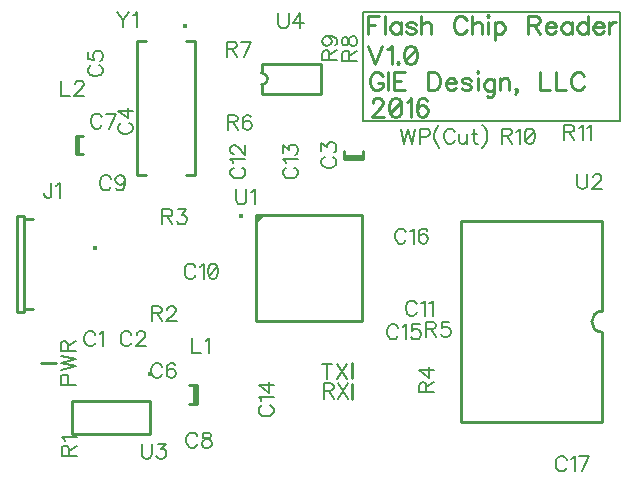
<source format=gbr>
G04 DipTrace 3.0.0.2*
G04 TopSilk.gbr*
%MOIN*%
G04 #@! TF.FileFunction,Legend,Top*
G04 #@! TF.Part,Single*
%ADD10C,0.009843*%
%ADD18C,0.006*%
%ADD24C,0.015742*%
%ADD32C,0.015713*%
%ADD35C,0.015403*%
%ADD39C,0.015491*%
%ADD80C,0.00772*%
%ADD81C,0.009264*%
%FSLAX26Y26*%
G04*
G70*
G90*
G75*
G01*
G04 TopSilk*
%LPD*%
X1500166Y1494488D2*
D10*
X1437236D1*
X1500166Y1487040D2*
X1437236D1*
X1500166D2*
Y1510599D1*
X1437236Y1487040D2*
Y1510599D1*
X936664Y731416D2*
Y668487D1*
X944113Y731416D2*
Y668487D1*
Y731416D2*
X920554D1*
X944113Y668487D2*
X920554D1*
X549558Y1500572D2*
Y1563502D1*
X542109Y1500572D2*
Y1563502D1*
Y1500572D2*
X565668D1*
X542109Y1563502D2*
X565668D1*
X397582Y986811D2*
X368052D1*
Y1295866D2*
Y976969D1*
Y1295866D2*
X344440D1*
D24*
X604286Y1187599D3*
X397582Y1286024D2*
D10*
X368052D1*
Y976969D2*
X344440D1*
Y1295866D2*
Y976969D1*
X424381Y806082D2*
X475523D1*
X1462570Y685879D2*
Y737021D1*
Y755629D2*
Y806771D1*
X1140921Y1298252D2*
X1495299D1*
Y943874D1*
X1140921D1*
Y1298252D1*
G36*
D2*
Y1266725D1*
X1172449Y1298252D1*
X1140921D1*
G37*
D32*
X1093707Y1296282D3*
X2297276Y1277738D2*
D10*
X1824851D1*
Y608466D1*
X2297276D1*
Y907592D1*
Y978529D2*
Y1277738D1*
Y978529D2*
G03X2297276Y907592I37J-35469D01*
G01*
D35*
X788280Y767645D3*
X789319Y678395D2*
D10*
X529489D1*
X789319Y568159D2*
X529489D1*
Y678395D2*
Y568159D1*
X789319Y678395D2*
Y568159D1*
X1161274Y1701312D2*
X1358128D1*
X1161274Y1803688D2*
X1358128D1*
Y1701312D2*
Y1803688D1*
X1161274Y1732806D2*
Y1701312D1*
Y1772195D2*
Y1803688D1*
Y1732806D2*
G03X1161274Y1772195I-9J19694D01*
G01*
D39*
X905211Y1929223D3*
X910642Y1880118D2*
D10*
X940158D1*
X747244Y1431299D2*
X776760D1*
X747244Y1880118D2*
Y1431299D1*
Y1880118D2*
X776760D1*
X910642Y1431299D2*
X940158D1*
Y1880118D2*
Y1431299D1*
X1499950Y1974952D2*
D18*
X2356201D1*
Y1612452D1*
X1499950D1*
Y1974952D1*
X606384Y899671D2*
D80*
X604008Y904424D1*
X599199Y909233D1*
X594446Y911609D1*
X584884D1*
X580076Y909233D1*
X575323Y904424D1*
X572891Y899671D1*
X570514Y892486D1*
Y880492D1*
X572891Y873363D1*
X575323Y868554D1*
X580076Y863801D1*
X584884Y861369D1*
X594446D1*
X599199Y863801D1*
X604008Y868554D1*
X606384Y873363D1*
X621823Y901992D2*
X626632Y904424D1*
X633817Y911554D1*
Y861369D1*
X726884Y899671D2*
X724507Y904424D1*
X719699Y909233D1*
X714945Y911609D1*
X705384D1*
X700575Y909233D1*
X695822Y904424D1*
X693390Y899671D1*
X691014Y892486D1*
Y880492D1*
X693390Y873363D1*
X695822Y868554D1*
X700575Y863801D1*
X705384Y861369D1*
X714945D1*
X719699Y863801D1*
X724507Y868554D1*
X726884Y873363D1*
X744755Y899616D2*
Y901992D1*
X747131Y906801D1*
X749508Y909177D1*
X754316Y911554D1*
X763878D1*
X768631Y909177D1*
X771008Y906801D1*
X773440Y901992D1*
Y897239D1*
X771008Y892431D1*
X766255Y885301D1*
X742323Y861369D1*
X775816D1*
X1371983Y1492288D2*
X1367230Y1489911D1*
X1362421Y1485103D1*
X1360045Y1480350D1*
Y1470788D1*
X1362421Y1465980D1*
X1367230Y1461226D1*
X1371983Y1458795D1*
X1379168Y1456418D1*
X1391162D1*
X1398291Y1458795D1*
X1403100Y1461226D1*
X1407853Y1465980D1*
X1410285Y1470788D1*
Y1480350D1*
X1407853Y1485103D1*
X1403100Y1489911D1*
X1398291Y1492288D1*
X1360100Y1512536D2*
Y1538789D1*
X1379223Y1524474D1*
Y1531659D1*
X1381600Y1536412D1*
X1383977Y1538789D1*
X1391162Y1541220D1*
X1395915D1*
X1403100Y1538789D1*
X1407908Y1534035D1*
X1410285Y1526850D1*
Y1519665D1*
X1407908Y1512535D1*
X1405476Y1510159D1*
X1400723Y1507727D1*
X693982Y1605446D2*
X689229Y1603069D1*
X684420Y1598261D1*
X682044Y1593508D1*
Y1583946D1*
X684420Y1579138D1*
X689229Y1574385D1*
X693982Y1571953D1*
X701167Y1569576D1*
X713160D1*
X720290Y1571953D1*
X725099Y1574385D1*
X729852Y1579138D1*
X732284Y1583946D1*
Y1593508D1*
X729852Y1598261D1*
X725099Y1603069D1*
X720290Y1605446D1*
X732284Y1644817D2*
X682099D1*
X715537Y1620885D1*
Y1656755D1*
X593982Y1797455D2*
X589229Y1795078D1*
X584420Y1790270D1*
X582044Y1785516D1*
Y1775955D1*
X584420Y1771146D1*
X589229Y1766393D1*
X593982Y1763961D1*
X601167Y1761585D1*
X613160D1*
X620290Y1763961D1*
X625099Y1766393D1*
X629852Y1771146D1*
X632284Y1775955D1*
Y1785516D1*
X629852Y1790269D1*
X625099Y1795078D1*
X620290Y1797455D1*
X582099Y1841579D2*
Y1817702D1*
X603599Y1815326D1*
X601222Y1817702D1*
X598790Y1824887D1*
Y1832017D1*
X601222Y1839202D1*
X605975Y1844010D1*
X613160Y1846387D1*
X617914D1*
X625099Y1844010D1*
X629907Y1839202D1*
X632284Y1832017D1*
Y1824887D1*
X629907Y1817702D1*
X627475Y1815326D1*
X622722Y1812894D1*
X829018Y793670D2*
X826642Y798423D1*
X821833Y803231D1*
X817080Y805608D1*
X807518D1*
X802710Y803231D1*
X797957Y798423D1*
X795525Y793670D1*
X793148Y786485D1*
Y774491D1*
X795525Y767361D1*
X797957Y762553D1*
X802710Y757800D1*
X807518Y755368D1*
X817080D1*
X821833Y757800D1*
X826642Y762553D1*
X829018Y767361D1*
X873142Y798423D2*
X870766Y803176D1*
X863581Y805553D1*
X858827D1*
X851642Y803176D1*
X846834Y795991D1*
X844457Y784053D1*
Y772114D1*
X846834Y762553D1*
X851642Y757744D1*
X858827Y755368D1*
X861204D1*
X868334Y757744D1*
X873142Y762553D1*
X875519Y769738D1*
Y772114D1*
X873142Y779300D1*
X868334Y784053D1*
X861204Y786429D1*
X858827D1*
X851642Y784053D1*
X846834Y779300D1*
X844457Y772114D1*
X628108Y1625004D2*
X625731Y1629757D1*
X620923Y1634566D1*
X616170Y1636942D1*
X606608D1*
X601800Y1634566D1*
X597047Y1629757D1*
X594615Y1625004D1*
X592238Y1617819D1*
Y1605826D1*
X594615Y1598696D1*
X597047Y1593887D1*
X601800Y1589134D1*
X606608Y1586702D1*
X616170D1*
X620923Y1589134D1*
X625731Y1593887D1*
X628108Y1598696D1*
X653109Y1586702D2*
X677041Y1636887D1*
X643547D1*
X946482Y561670D2*
X944105Y566423D1*
X939297Y571231D1*
X934544Y573608D1*
X924982D1*
X920174Y571231D1*
X915421Y566423D1*
X912989Y561670D1*
X910612Y554485D1*
Y542491D1*
X912989Y535361D1*
X915421Y530553D1*
X920174Y525800D1*
X924982Y523368D1*
X934544D1*
X939297Y525800D1*
X944105Y530553D1*
X946482Y535361D1*
X973860Y573553D2*
X966730Y571176D1*
X964298Y566423D1*
Y561614D1*
X966730Y556861D1*
X971483Y554429D1*
X981045Y552053D1*
X988230Y549676D1*
X992983Y544868D1*
X995359Y540114D1*
Y532929D1*
X992983Y528176D1*
X990606Y525744D1*
X983421Y523368D1*
X973860D1*
X966730Y525744D1*
X964298Y528176D1*
X961921Y532929D1*
Y540114D1*
X964298Y544868D1*
X969106Y549676D1*
X976236Y552053D1*
X985798Y554429D1*
X990606Y556861D1*
X992983Y561614D1*
Y566423D1*
X990606Y571176D1*
X983421Y573553D1*
X973860D1*
X658144Y1419258D2*
X655767Y1424011D1*
X650959Y1428819D1*
X646206Y1431196D1*
X636644D1*
X631836Y1428819D1*
X627083Y1424011D1*
X624651Y1419258D1*
X622274Y1412072D1*
Y1400079D1*
X624651Y1392949D1*
X627083Y1388141D1*
X631836Y1383388D1*
X636644Y1380956D1*
X646206D1*
X650959Y1383388D1*
X655767Y1388141D1*
X658144Y1392949D1*
X704700Y1414449D2*
X702268Y1407264D1*
X697515Y1402456D1*
X690330Y1400079D1*
X687953D1*
X680768Y1402456D1*
X676015Y1407264D1*
X673583Y1414449D1*
Y1416826D1*
X676015Y1424011D1*
X680768Y1428764D1*
X687953Y1431140D1*
X690330D1*
X697515Y1428764D1*
X702268Y1424011D1*
X704700Y1414449D1*
Y1402456D1*
X702268Y1390517D1*
X697515Y1383332D1*
X690330Y1380956D1*
X685577D1*
X678392Y1383332D1*
X676015Y1388141D1*
X939989Y1124671D2*
X937612Y1129424D1*
X932804Y1134233D1*
X928051Y1136609D1*
X918489D1*
X913680Y1134233D1*
X908927Y1129424D1*
X906495Y1124671D1*
X904119Y1117486D1*
Y1105492D1*
X906495Y1098363D1*
X908927Y1093554D1*
X913680Y1088801D1*
X918489Y1086369D1*
X928051D1*
X932804Y1088801D1*
X937612Y1093554D1*
X939989Y1098363D1*
X955428Y1126992D2*
X960236Y1129424D1*
X967421Y1136554D1*
Y1086369D1*
X997231Y1136554D2*
X990046Y1134177D1*
X985237Y1126992D1*
X982861Y1115054D1*
Y1107869D1*
X985237Y1095931D1*
X990046Y1088746D1*
X997231Y1086369D1*
X1001984D1*
X1009169Y1088746D1*
X1013922Y1095931D1*
X1016354Y1107869D1*
Y1115054D1*
X1013922Y1126992D1*
X1009169Y1134177D1*
X1001984Y1136554D1*
X997231D1*
X1013922Y1126992D2*
X985237Y1095931D1*
X1677668Y1001420D2*
X1675291Y1006173D1*
X1670483Y1010982D1*
X1665730Y1013358D1*
X1656168D1*
X1651359Y1010982D1*
X1646606Y1006173D1*
X1644174Y1001420D1*
X1641798Y994235D1*
Y982242D1*
X1644174Y975112D1*
X1646606Y970303D1*
X1651359Y965550D1*
X1656168Y963118D1*
X1665730D1*
X1670483Y965550D1*
X1675291Y970303D1*
X1677668Y975112D1*
X1693107Y1003742D2*
X1697915Y1006173D1*
X1705101Y1013303D1*
Y963118D1*
X1720540Y1003742D2*
X1725348Y1006173D1*
X1732533Y1013303D1*
Y963118D1*
X1068981Y1456918D2*
X1064227Y1454541D1*
X1059419Y1449733D1*
X1057042Y1444980D1*
Y1435418D1*
X1059419Y1430610D1*
X1064227Y1425857D1*
X1068980Y1423425D1*
X1076165Y1421048D1*
X1088159D1*
X1095289Y1423425D1*
X1100097Y1425857D1*
X1104850Y1430610D1*
X1107282Y1435418D1*
Y1444980D1*
X1104850Y1449733D1*
X1100097Y1454541D1*
X1095289Y1456918D1*
X1066659Y1472357D2*
X1064227Y1477166D1*
X1057098Y1484351D1*
X1107282D1*
X1069036Y1502222D2*
X1066659D1*
X1061851Y1504598D1*
X1059474Y1506975D1*
X1057098Y1511783D1*
Y1521345D1*
X1059474Y1526098D1*
X1061851Y1528475D1*
X1066659Y1530907D1*
X1071412D1*
X1076221Y1528475D1*
X1083351Y1523722D1*
X1107282Y1499790D1*
Y1533283D1*
X1243981Y1456918D2*
X1239227Y1454541D1*
X1234419Y1449733D1*
X1232042Y1444980D1*
Y1435418D1*
X1234419Y1430610D1*
X1239227Y1425857D1*
X1243980Y1423425D1*
X1251165Y1421048D1*
X1263159D1*
X1270289Y1423425D1*
X1275097Y1425857D1*
X1279850Y1430610D1*
X1282282Y1435418D1*
Y1444980D1*
X1279850Y1449733D1*
X1275097Y1454541D1*
X1270289Y1456918D1*
X1241659Y1472357D2*
X1239227Y1477166D1*
X1232098Y1484351D1*
X1282282D1*
X1232098Y1504598D2*
Y1530851D1*
X1251221Y1516537D1*
Y1523722D1*
X1253597Y1528475D1*
X1255974Y1530851D1*
X1263159Y1533283D1*
X1267912D1*
X1275097Y1530851D1*
X1279906Y1526098D1*
X1282282Y1518913D1*
Y1511728D1*
X1279906Y1504598D1*
X1277474Y1502222D1*
X1272721Y1499790D1*
X1162731Y663801D2*
X1157978Y661424D1*
X1153170Y656616D1*
X1150793Y651862D1*
Y642301D1*
X1153169Y637492D1*
X1157978Y632739D1*
X1162731Y630307D1*
X1169916Y627931D1*
X1181910D1*
X1189039Y630307D1*
X1193848Y632739D1*
X1198601Y637492D1*
X1201033Y642301D1*
Y651862D1*
X1198601Y656615D1*
X1193848Y661424D1*
X1189039Y663800D1*
X1160410Y679240D2*
X1157978Y684048D1*
X1150848Y691233D1*
X1201033D1*
Y730604D2*
X1150848D1*
X1184286Y706672D1*
Y742542D1*
X1615918Y922420D2*
X1613541Y927173D1*
X1608733Y931982D1*
X1603980Y934358D1*
X1594418D1*
X1589610Y931982D1*
X1584856Y927173D1*
X1582425Y922420D1*
X1580048Y915235D1*
Y903242D1*
X1582425Y896112D1*
X1584856Y891303D1*
X1589610Y886550D1*
X1594418Y884118D1*
X1603980D1*
X1608733Y886550D1*
X1613541Y891303D1*
X1615918Y896112D1*
X1631357Y924742D2*
X1636166Y927173D1*
X1643351Y934303D1*
Y884118D1*
X1687475Y934303D2*
X1663598D1*
X1661222Y912803D1*
X1663598Y915180D1*
X1670783Y917612D1*
X1677913D1*
X1685098Y915180D1*
X1689907Y910427D1*
X1692283Y903242D1*
Y898489D1*
X1689907Y891303D1*
X1685098Y886495D1*
X1677913Y884118D1*
X1670783D1*
X1663598Y886495D1*
X1661222Y888927D1*
X1658790Y893680D1*
X1641884Y1241671D2*
X1639508Y1246424D1*
X1634699Y1251233D1*
X1629946Y1253609D1*
X1620385D1*
X1615576Y1251233D1*
X1610823Y1246424D1*
X1608391Y1241671D1*
X1606015Y1234486D1*
Y1222492D1*
X1608391Y1215363D1*
X1610823Y1210554D1*
X1615576Y1205801D1*
X1620385Y1203369D1*
X1629946D1*
X1634699Y1205801D1*
X1639508Y1210554D1*
X1641884Y1215363D1*
X1657324Y1243992D2*
X1662132Y1246424D1*
X1669317Y1253554D1*
Y1203369D1*
X1713441Y1246424D2*
X1711065Y1251177D1*
X1703880Y1253554D1*
X1699127D1*
X1691941Y1251177D1*
X1687133Y1243992D1*
X1684756Y1232054D1*
Y1220116D1*
X1687133Y1210554D1*
X1691941Y1205746D1*
X1699127Y1203369D1*
X1701503D1*
X1708633Y1205746D1*
X1713441Y1210554D1*
X1715818Y1217739D1*
Y1220116D1*
X1713441Y1227301D1*
X1708633Y1232054D1*
X1701503Y1234431D1*
X1699127D1*
X1691941Y1232054D1*
X1687133Y1227301D1*
X1684756Y1220116D1*
X2177489Y482671D2*
X2175112Y487424D1*
X2170304Y492233D1*
X2165551Y494609D1*
X2155989D1*
X2151180Y492233D1*
X2146427Y487424D1*
X2143995Y482671D1*
X2141619Y475486D1*
Y463492D1*
X2143995Y456363D1*
X2146427Y451554D1*
X2151180Y446801D1*
X2155989Y444369D1*
X2165551D1*
X2170304Y446801D1*
X2175112Y451554D1*
X2177489Y456363D1*
X2192928Y484992D2*
X2197736Y487424D1*
X2204921Y494554D1*
Y444369D1*
X2229922D2*
X2253854Y494554D1*
X2220361D1*
X460297Y1405742D2*
Y1367495D1*
X457920Y1360310D1*
X455488Y1357934D1*
X450735Y1355502D1*
X445927D1*
X441174Y1357934D1*
X438797Y1360310D1*
X436365Y1367495D1*
Y1372248D1*
X475736Y1396125D2*
X480545Y1398557D1*
X487730Y1405686D1*
Y1355502D1*
X930356Y889217D2*
Y838977D1*
X959041D1*
X974480Y879600D2*
X979289Y882032D1*
X986474Y889161D1*
Y838977D1*
X492247Y1746305D2*
Y1696065D1*
X520931D1*
X538803Y1734311D2*
Y1736688D1*
X541179Y1741496D1*
X543556Y1743873D1*
X548364Y1746249D1*
X557926D1*
X562679Y1743873D1*
X565056Y1741496D1*
X567487Y1736688D1*
Y1731935D1*
X565056Y1727126D1*
X560302Y1719996D1*
X536371Y1696065D1*
X569864D1*
X517260Y733080D2*
Y754635D1*
X514883Y761764D1*
X512452Y764196D1*
X507698Y766573D1*
X500513D1*
X495760Y764196D1*
X493328Y761764D1*
X490952Y754635D1*
Y733080D1*
X541192D1*
X490952Y782012D2*
X541192Y794006D1*
X490952Y805944D1*
X541192Y817882D1*
X490952Y829876D1*
X514883Y845315D2*
Y866815D1*
X512452Y874000D1*
X510075Y876431D1*
X505322Y878808D1*
X500513D1*
X495760Y876432D1*
X493328Y874000D1*
X490952Y866815D1*
Y845315D1*
X541192D1*
X514883Y862061D2*
X541192Y878808D1*
X518475Y496703D2*
Y518202D1*
X516043Y525388D1*
X513667Y527819D1*
X508914Y530196D1*
X504105D1*
X499352Y527819D1*
X496920Y525388D1*
X494544Y518202D1*
Y496703D1*
X544784D1*
X518475Y513449D2*
X544784Y530196D1*
X504161Y545635D2*
X501729Y550444D1*
X494599Y557629D1*
X544784D1*
X794953Y970677D2*
X816452D1*
X823637Y973109D1*
X826069Y975486D1*
X828446Y980239D1*
Y985047D1*
X826069Y989801D1*
X823637Y992233D1*
X816452Y994609D1*
X794953D1*
Y944369D1*
X811699Y970677D2*
X828446Y944369D1*
X846317Y982616D2*
Y984992D1*
X848694Y989801D1*
X851070Y992177D1*
X855879Y994554D1*
X865440D1*
X870193Y992177D1*
X872570Y989801D1*
X875002Y984992D1*
Y980239D1*
X872570Y975431D1*
X867817Y968301D1*
X843885Y944369D1*
X877379D1*
X829703Y1293927D2*
X851203D1*
X858388Y1296359D1*
X860820Y1298735D1*
X863197Y1303488D1*
Y1308297D1*
X860820Y1313050D1*
X858388Y1315482D1*
X851203Y1317858D1*
X829703D1*
Y1267618D1*
X846450Y1293927D2*
X863197Y1267618D1*
X883444Y1317803D2*
X909697D1*
X895383Y1298680D1*
X902568D1*
X907321Y1296303D1*
X909697Y1293927D1*
X912129Y1286742D1*
Y1281989D1*
X909697Y1274803D1*
X904944Y1269995D1*
X897759Y1267618D1*
X890574D1*
X883444Y1269995D1*
X881068Y1272427D1*
X878636Y1277180D1*
X1710225Y707766D2*
Y729266D1*
X1707793Y736451D1*
X1705416Y738882D1*
X1700663Y741259D1*
X1695855D1*
X1691101Y738882D1*
X1688670Y736451D1*
X1686293Y729266D1*
Y707766D1*
X1736533D1*
X1710225Y724512D2*
X1736533Y741259D1*
Y780630D2*
X1686348D1*
X1719786Y756698D1*
Y792568D1*
X1709453Y918427D2*
X1730952D1*
X1738137Y920859D1*
X1740569Y923235D1*
X1742946Y927988D1*
Y932797D1*
X1740569Y937550D1*
X1738137Y939982D1*
X1730952Y942358D1*
X1709453D1*
Y892118D1*
X1726199Y918427D2*
X1742946Y892118D1*
X1787070Y942303D2*
X1763194D1*
X1760817Y920803D1*
X1763194Y923180D1*
X1770379Y925612D1*
X1777508D1*
X1784693Y923180D1*
X1789502Y918427D1*
X1791879Y911242D1*
Y906489D1*
X1789502Y899303D1*
X1784693Y894495D1*
X1777508Y892118D1*
X1770379D1*
X1763194Y894495D1*
X1760817Y896927D1*
X1758385Y901680D1*
X1048490Y1608677D2*
X1069990D1*
X1077175Y1611109D1*
X1079607Y1613486D1*
X1081983Y1618239D1*
Y1623047D1*
X1079607Y1627801D1*
X1077175Y1630233D1*
X1069990Y1632609D1*
X1048490D1*
Y1582369D1*
X1065237Y1608677D2*
X1081983Y1582369D1*
X1126108Y1625424D2*
X1123731Y1630177D1*
X1116546Y1632554D1*
X1111793D1*
X1104608Y1630177D1*
X1099799Y1622992D1*
X1097423Y1611054D1*
Y1599116D1*
X1099799Y1589554D1*
X1104608Y1584746D1*
X1111793Y1582369D1*
X1114169D1*
X1121299Y1584746D1*
X1126108Y1589554D1*
X1128484Y1596739D1*
Y1599116D1*
X1126108Y1606301D1*
X1121299Y1611054D1*
X1114169Y1613431D1*
X1111793D1*
X1104608Y1611054D1*
X1099799Y1606301D1*
X1097423Y1599116D1*
X1044023Y1852427D2*
X1065523D1*
X1072708Y1854859D1*
X1075140Y1857235D1*
X1077517Y1861988D1*
Y1866797D1*
X1075140Y1871550D1*
X1072708Y1873982D1*
X1065523Y1876358D1*
X1044023D1*
Y1826118D1*
X1060770Y1852427D2*
X1077517Y1826118D1*
X1102518D2*
X1126449Y1876303D1*
X1092956D1*
X1453225Y1812731D2*
Y1834231D1*
X1450793Y1841416D1*
X1448416Y1843848D1*
X1443663Y1846224D1*
X1438855D1*
X1434101Y1843848D1*
X1431670Y1841416D1*
X1429293Y1834231D1*
Y1812731D1*
X1479533D1*
X1453225Y1829478D2*
X1479533Y1846224D1*
X1429348Y1873602D2*
X1431725Y1866472D1*
X1436478Y1864040D1*
X1441286D1*
X1446040Y1866472D1*
X1448471Y1871225D1*
X1450848Y1880787D1*
X1453225Y1887972D1*
X1458033Y1892725D1*
X1462786Y1895102D1*
X1469971D1*
X1474724Y1892725D1*
X1477156Y1890348D1*
X1479533Y1883163D1*
Y1873602D1*
X1477156Y1866472D1*
X1474724Y1864040D1*
X1469971Y1861664D1*
X1462786D1*
X1458033Y1864040D1*
X1453225Y1868849D1*
X1450848Y1875978D1*
X1448471Y1885540D1*
X1446040Y1890348D1*
X1441286Y1892725D1*
X1436478D1*
X1431725Y1890348D1*
X1429348Y1883163D1*
Y1873602D1*
X1387225Y1813963D2*
Y1835462D1*
X1384793Y1842647D1*
X1382416Y1845079D1*
X1377663Y1847456D1*
X1372855D1*
X1368101Y1845079D1*
X1365670Y1842647D1*
X1363293Y1835462D1*
Y1813963D1*
X1413533D1*
X1387225Y1830709D2*
X1413533Y1847456D1*
X1380040Y1894012D2*
X1387225Y1891580D1*
X1392033Y1886827D1*
X1394410Y1879642D1*
Y1877265D1*
X1392033Y1870080D1*
X1387225Y1865327D1*
X1380040Y1862895D1*
X1377663D1*
X1370478Y1865327D1*
X1365725Y1870080D1*
X1363348Y1877265D1*
Y1879642D1*
X1365725Y1886827D1*
X1370478Y1891580D1*
X1380040Y1894012D1*
X1392033D1*
X1403971Y1891580D1*
X1411156Y1886827D1*
X1413533Y1879642D1*
Y1874889D1*
X1411156Y1867703D1*
X1406348Y1865327D1*
X1961556Y1562677D2*
X1983056D1*
X1990241Y1565109D1*
X1992673Y1567486D1*
X1995050Y1572239D1*
Y1577047D1*
X1992673Y1581801D1*
X1990241Y1584233D1*
X1983056Y1586609D1*
X1961556D1*
Y1536369D1*
X1978303Y1562677D2*
X1995050Y1536369D1*
X2010489Y1576992D2*
X2015297Y1579424D1*
X2022483Y1586554D1*
Y1536369D1*
X2052292Y1586554D2*
X2045107Y1584177D1*
X2040298Y1576992D1*
X2037922Y1565054D1*
Y1557869D1*
X2040298Y1545931D1*
X2045107Y1538746D1*
X2052292Y1536369D1*
X2057045D1*
X2064230Y1538746D1*
X2068983Y1545931D1*
X2071415Y1557869D1*
Y1565054D1*
X2068983Y1576992D1*
X2064230Y1584177D1*
X2057045Y1586554D1*
X2052292D1*
X2068983Y1576992D2*
X2040298Y1545931D1*
X2170486Y1575177D2*
X2191986D1*
X2199171Y1577609D1*
X2201603Y1579986D1*
X2203980Y1584739D1*
Y1589547D1*
X2201603Y1594301D1*
X2199171Y1596733D1*
X2191986Y1599109D1*
X2170486D1*
Y1548869D1*
X2187233Y1575177D2*
X2203980Y1548869D1*
X2219419Y1589492D2*
X2224227Y1591924D1*
X2231412Y1599054D1*
Y1548869D1*
X2246851Y1589492D2*
X2251660Y1591924D1*
X2258845Y1599054D1*
Y1548869D1*
X1367493Y713269D2*
X1388993D1*
X1396178Y715701D1*
X1398610Y718078D1*
X1400987Y722831D1*
Y727639D1*
X1398610Y732393D1*
X1396178Y734824D1*
X1388993Y737201D1*
X1367493D1*
Y686961D1*
X1384240Y713269D2*
X1400987Y686961D1*
X1416426Y737201D2*
X1449919Y686961D1*
Y737201D2*
X1416426Y686961D1*
X1378991Y802701D2*
Y752461D1*
X1362244Y802701D2*
X1395737D1*
X1411177D2*
X1444670Y752461D1*
Y802701D2*
X1411177Y752461D1*
X1076647Y1384192D2*
Y1348322D1*
X1079024Y1341137D1*
X1083832Y1336384D1*
X1091017Y1333952D1*
X1095771D1*
X1102956Y1336384D1*
X1107764Y1341137D1*
X1110141Y1348322D1*
Y1384192D1*
X1125580Y1374575D2*
X1130388Y1377007D1*
X1137573Y1384137D1*
Y1333952D1*
X2213601Y1435919D2*
Y1400049D1*
X2215977Y1392864D1*
X2220786Y1388111D1*
X2227971Y1385679D1*
X2232724D1*
X2239909Y1388111D1*
X2244718Y1392864D1*
X2247094Y1400049D1*
Y1435919D1*
X2264965Y1423925D2*
Y1426302D1*
X2267342Y1431110D1*
X2269719Y1433487D1*
X2274527Y1435864D1*
X2284089D1*
X2288842Y1433487D1*
X2291218Y1431110D1*
X2293650Y1426302D1*
Y1421549D1*
X2291218Y1416740D1*
X2286465Y1409611D1*
X2262533Y1385679D1*
X2296027D1*
X761522Y536996D2*
Y501126D1*
X763899Y493941D1*
X768707Y489188D1*
X775892Y486756D1*
X780645D1*
X787830Y489188D1*
X792639Y493941D1*
X795015Y501126D1*
Y536996D1*
X815263Y536941D2*
X841516D1*
X827201Y517818D1*
X834386D1*
X839140Y515441D1*
X841516Y513065D1*
X843948Y505880D1*
Y501126D1*
X841516Y493941D1*
X836763Y489133D1*
X829578Y486756D1*
X822393D1*
X815263Y489133D1*
X812887Y491565D1*
X810455Y496318D1*
X1217300Y1971393D2*
Y1935523D1*
X1219676Y1928338D1*
X1224485Y1923584D1*
X1231670Y1921153D1*
X1236423D1*
X1243608Y1923584D1*
X1248416Y1928338D1*
X1250793Y1935523D1*
Y1971393D1*
X1290164Y1921153D2*
Y1971337D1*
X1266232Y1937899D1*
X1302102D1*
X1624809Y1586172D2*
X1636802Y1535932D1*
X1648740Y1586172D1*
X1660679Y1535932D1*
X1672672Y1586172D1*
X1688111Y1559864D2*
X1709667D1*
X1716796Y1562240D1*
X1719228Y1564672D1*
X1721605Y1569425D1*
Y1576610D1*
X1719228Y1581364D1*
X1716796Y1583796D1*
X1709667Y1586172D1*
X1688111D1*
Y1535932D1*
X1753791Y1599271D2*
X1748982Y1594518D1*
X1744229Y1587333D1*
X1739421Y1577771D1*
X1737044Y1565778D1*
Y1556216D1*
X1739421Y1544278D1*
X1744229Y1534716D1*
X1748982Y1527531D1*
X1753791Y1522778D1*
X1805100Y1574234D2*
X1802723Y1578987D1*
X1797915Y1583796D1*
X1793162Y1586172D1*
X1783600D1*
X1778792Y1583796D1*
X1774038Y1578987D1*
X1771607Y1574234D1*
X1769230Y1567049D1*
Y1555055D1*
X1771607Y1547926D1*
X1774038Y1543117D1*
X1778792Y1538364D1*
X1783600Y1535932D1*
X1793162D1*
X1797915Y1538364D1*
X1802723Y1543117D1*
X1805100Y1547926D1*
X1820539Y1569425D2*
Y1545494D1*
X1822916Y1538364D1*
X1827724Y1535932D1*
X1834909D1*
X1839662Y1538364D1*
X1846847Y1545494D1*
Y1569425D2*
Y1535932D1*
X1869472Y1586172D2*
Y1545494D1*
X1871848Y1538364D1*
X1876657Y1535932D1*
X1881410D1*
X1862287Y1569425D2*
X1879033D1*
X1896849Y1599271D2*
X1901658Y1594518D1*
X1906411Y1587333D1*
X1911219Y1577771D1*
X1913596Y1565778D1*
Y1556216D1*
X1911219Y1544278D1*
X1906411Y1534716D1*
X1901658Y1527531D1*
X1896849Y1522778D1*
X679611Y1974208D2*
X698734Y1950276D1*
Y1923968D1*
X717857Y1974208D2*
X698734Y1950276D1*
X733296Y1964591D2*
X738105Y1967023D1*
X745290Y1974152D1*
Y1923968D1*
X1552954Y1962320D2*
D81*
X1515614D1*
Y1902032D1*
Y1933602D2*
X1538562D1*
X1571481Y1962320D2*
Y1902032D1*
X1624430Y1942224D2*
Y1902032D1*
Y1933602D2*
X1618726Y1939372D1*
X1612956Y1942224D1*
X1604400D1*
X1598630Y1939372D1*
X1592926Y1933602D1*
X1590008Y1924980D1*
Y1919276D1*
X1592926Y1910654D1*
X1598630Y1904951D1*
X1604400Y1902032D1*
X1612956D1*
X1618726Y1904951D1*
X1624430Y1910654D1*
X1674527Y1933602D2*
X1671675Y1939372D1*
X1663053Y1942224D1*
X1654431D1*
X1645809Y1939372D1*
X1642957Y1933602D1*
X1645809Y1927899D1*
X1651579Y1924980D1*
X1665905Y1922128D1*
X1671675Y1919276D1*
X1674527Y1913506D1*
Y1910654D1*
X1671675Y1904951D1*
X1663053Y1902032D1*
X1654431D1*
X1645809Y1904951D1*
X1642957Y1910654D1*
X1693054Y1962320D2*
Y1902032D1*
Y1930750D2*
X1701676Y1939372D1*
X1707446Y1942224D1*
X1716068D1*
X1721772Y1939372D1*
X1724624Y1930750D1*
Y1902032D1*
X1844516Y1947995D2*
X1841664Y1953698D1*
X1835894Y1959468D1*
X1830190Y1962320D1*
X1818716D1*
X1812946Y1959468D1*
X1807242Y1953698D1*
X1804324Y1947995D1*
X1801472Y1939372D1*
Y1924980D1*
X1804324Y1916425D1*
X1807242Y1910654D1*
X1812946Y1904951D1*
X1818716Y1902032D1*
X1830190D1*
X1835894Y1904951D1*
X1841664Y1910654D1*
X1844516Y1916425D1*
X1863043Y1962320D2*
Y1902032D1*
Y1930750D2*
X1871665Y1939372D1*
X1877435Y1942224D1*
X1886057D1*
X1891761Y1939372D1*
X1894613Y1930750D1*
Y1902032D1*
X1913140Y1962320D2*
X1915992Y1959468D1*
X1918910Y1962320D1*
X1915992Y1965239D1*
X1913140Y1962320D1*
X1915992Y1942224D2*
Y1902032D1*
X1937437Y1942224D2*
Y1881936D1*
Y1933602D2*
X1943208Y1939306D1*
X1948911Y1942224D1*
X1957533D1*
X1963304Y1939306D1*
X1969007Y1933602D1*
X1971926Y1924980D1*
Y1919210D1*
X1969007Y1910654D1*
X1963304Y1904884D1*
X1957533Y1902032D1*
X1948911D1*
X1943208Y1904884D1*
X1937437Y1910654D1*
X2048774Y1933602D2*
X2074574D1*
X2083196Y1936521D1*
X2086114Y1939372D1*
X2088966Y1945076D1*
Y1950846D1*
X2086114Y1956550D1*
X2083196Y1959468D1*
X2074574Y1962320D1*
X2048774D1*
Y1902032D1*
X2068870Y1933602D2*
X2088966Y1902032D1*
X2107493Y1924980D2*
X2141915D1*
Y1930750D1*
X2139063Y1936521D1*
X2136211Y1939372D1*
X2130441Y1942224D1*
X2121819D1*
X2116115Y1939372D1*
X2110345Y1933602D1*
X2107493Y1924980D1*
Y1919276D1*
X2110345Y1910654D1*
X2116115Y1904951D1*
X2121819Y1902032D1*
X2130441D1*
X2136211Y1904951D1*
X2141915Y1910654D1*
X2194864Y1942224D2*
Y1902032D1*
Y1933602D2*
X2189160Y1939372D1*
X2183390Y1942224D1*
X2174834D1*
X2169064Y1939372D1*
X2163360Y1933602D1*
X2160442Y1924980D1*
Y1919276D1*
X2163360Y1910654D1*
X2169064Y1904951D1*
X2174834Y1902032D1*
X2183390D1*
X2189160Y1904951D1*
X2194864Y1910654D1*
X2247813Y1962320D2*
Y1902032D1*
Y1933602D2*
X2242109Y1939372D1*
X2236339Y1942224D1*
X2227717D1*
X2222013Y1939372D1*
X2216243Y1933602D1*
X2213391Y1924980D1*
Y1919276D1*
X2216243Y1910654D1*
X2222013Y1904951D1*
X2227717Y1902032D1*
X2236339D1*
X2242109Y1904951D1*
X2247813Y1910654D1*
X2266340Y1924980D2*
X2300762D1*
Y1930750D1*
X2297910Y1936521D1*
X2295058Y1939372D1*
X2289288Y1942224D1*
X2280666D1*
X2274962Y1939372D1*
X2269192Y1933602D1*
X2266340Y1924980D1*
Y1919276D1*
X2269192Y1910654D1*
X2274962Y1904951D1*
X2280666Y1902032D1*
X2289288D1*
X2295058Y1904951D1*
X2300762Y1910654D1*
X2319289Y1942224D2*
Y1902032D1*
Y1924980D2*
X2322207Y1933602D1*
X2327911Y1939372D1*
X2333681Y1942224D1*
X2342303D1*
X1515614Y1862320D2*
X1538562Y1802032D1*
X1561509Y1862320D1*
X1580037Y1850780D2*
X1585807Y1853698D1*
X1594429Y1862254D1*
Y1802032D1*
X1615808Y1807803D2*
X1612956Y1804884D1*
X1615808Y1802032D1*
X1618726Y1804884D1*
X1615808Y1807803D1*
X1654497Y1862254D2*
X1645875Y1859402D1*
X1640105Y1850780D1*
X1637253Y1836454D1*
Y1827832D1*
X1640105Y1813506D1*
X1645875Y1804884D1*
X1654497Y1802032D1*
X1660201D1*
X1668823Y1804884D1*
X1674527Y1813506D1*
X1677445Y1827832D1*
Y1836454D1*
X1674527Y1850780D1*
X1668823Y1859402D1*
X1660201Y1862254D1*
X1654497D1*
X1674527Y1850780D2*
X1640105Y1813506D1*
X1564907Y1760495D2*
X1562055Y1766198D1*
X1556285Y1771968D1*
X1550581Y1774820D1*
X1539107D1*
X1533337Y1771968D1*
X1527633Y1766198D1*
X1524715Y1760495D1*
X1521863Y1751872D1*
Y1737480D1*
X1524715Y1728925D1*
X1527633Y1723154D1*
X1533337Y1717451D1*
X1539107Y1714532D1*
X1550581D1*
X1556285Y1717451D1*
X1562055Y1723154D1*
X1564907Y1728925D1*
Y1737480D1*
X1550581D1*
X1583434Y1774820D2*
Y1714532D1*
X1639235Y1774820D2*
X1601961D1*
Y1714532D1*
X1639235D1*
X1601961Y1746102D2*
X1624909D1*
X1716083Y1774820D2*
Y1714532D1*
X1736179D1*
X1744801Y1717451D1*
X1750571Y1723154D1*
X1753423Y1728925D1*
X1756275Y1737480D1*
Y1751872D1*
X1753423Y1760495D1*
X1750571Y1766198D1*
X1744801Y1771968D1*
X1736179Y1774820D1*
X1716083D1*
X1774802Y1737480D2*
X1809224D1*
Y1743250D1*
X1806372Y1749021D1*
X1803520Y1751872D1*
X1797750Y1754724D1*
X1789128D1*
X1783424Y1751872D1*
X1777654Y1746102D1*
X1774802Y1737480D1*
Y1731776D1*
X1777654Y1723154D1*
X1783424Y1717451D1*
X1789128Y1714532D1*
X1797750D1*
X1803520Y1717451D1*
X1809224Y1723154D1*
X1859321Y1746102D2*
X1856469Y1751872D1*
X1847847Y1754724D1*
X1839225D1*
X1830603Y1751872D1*
X1827751Y1746102D1*
X1830603Y1740399D1*
X1836373Y1737480D1*
X1850699Y1734628D1*
X1856469Y1731776D1*
X1859321Y1726006D1*
Y1723154D1*
X1856469Y1717451D1*
X1847847Y1714532D1*
X1839225D1*
X1830603Y1717451D1*
X1827751Y1723154D1*
X1877848Y1774820D2*
X1880700Y1771968D1*
X1883618Y1774820D1*
X1880700Y1777739D1*
X1877848Y1774820D1*
X1880700Y1754724D2*
Y1714532D1*
X1936567Y1751872D2*
Y1705910D1*
X1933715Y1697355D1*
X1930863Y1694436D1*
X1925093Y1691584D1*
X1916471D1*
X1910767Y1694436D1*
X1936567Y1743250D2*
X1930863Y1748954D1*
X1925093Y1751872D1*
X1916471D1*
X1910767Y1748954D1*
X1904997Y1743250D1*
X1902145Y1734628D1*
Y1728858D1*
X1904997Y1720303D1*
X1910767Y1714532D1*
X1916471Y1711680D1*
X1925093D1*
X1930863Y1714532D1*
X1936567Y1720303D1*
X1955094Y1754724D2*
Y1714532D1*
Y1743250D2*
X1963716Y1751872D1*
X1969487Y1754724D1*
X1978042D1*
X1983812Y1751872D1*
X1986664Y1743250D1*
Y1714532D1*
X2010962Y1717384D2*
X2008043Y1714532D1*
X2005191Y1717384D1*
X2008043Y1720303D1*
X2010962Y1717384D1*
Y1711680D1*
X2008043Y1705910D1*
X2005191Y1703058D1*
X2087810Y1774820D2*
Y1714532D1*
X2122232D1*
X2140759Y1774820D2*
Y1714532D1*
X2175181D1*
X2236752Y1760495D2*
X2233900Y1766198D1*
X2228130Y1771968D1*
X2222426Y1774820D1*
X2210952D1*
X2205182Y1771968D1*
X2199478Y1766198D1*
X2196560Y1760495D1*
X2193708Y1751872D1*
Y1737480D1*
X2196560Y1728925D1*
X2199478Y1723154D1*
X2205182Y1717451D1*
X2210952Y1714532D1*
X2222426D1*
X2228130Y1717451D1*
X2233900Y1723154D1*
X2236752Y1728925D1*
X1531032Y1672928D2*
Y1675780D1*
X1533884Y1681550D1*
X1536736Y1684402D1*
X1542506Y1687254D1*
X1553980D1*
X1559684Y1684402D1*
X1562535Y1681550D1*
X1565454Y1675780D1*
Y1670076D1*
X1562535Y1664306D1*
X1556832Y1655750D1*
X1528114Y1627032D1*
X1568306D1*
X1604077Y1687254D2*
X1595455Y1684402D1*
X1589685Y1675780D1*
X1586833Y1661454D1*
Y1652832D1*
X1589685Y1638506D1*
X1595455Y1629884D1*
X1604077Y1627032D1*
X1609781D1*
X1618403Y1629884D1*
X1624106Y1638506D1*
X1627025Y1652832D1*
Y1661454D1*
X1624106Y1675780D1*
X1618403Y1684402D1*
X1609781Y1687254D1*
X1604077D1*
X1624106Y1675780D2*
X1589685Y1638506D1*
X1645552Y1675780D2*
X1651322Y1678698D1*
X1659944Y1687254D1*
Y1627032D1*
X1712893Y1678698D2*
X1710041Y1684402D1*
X1701419Y1687254D1*
X1695715D1*
X1687093Y1684402D1*
X1681323Y1675780D1*
X1678471Y1661454D1*
Y1647128D1*
X1681323Y1635654D1*
X1687093Y1629884D1*
X1695715Y1627032D1*
X1698567D1*
X1707123Y1629884D1*
X1712893Y1635654D1*
X1715745Y1644276D1*
Y1647128D1*
X1712893Y1655750D1*
X1707123Y1661454D1*
X1698567Y1664306D1*
X1695715D1*
X1687093Y1661454D1*
X1681323Y1655750D1*
X1678471Y1647128D1*
M02*

</source>
